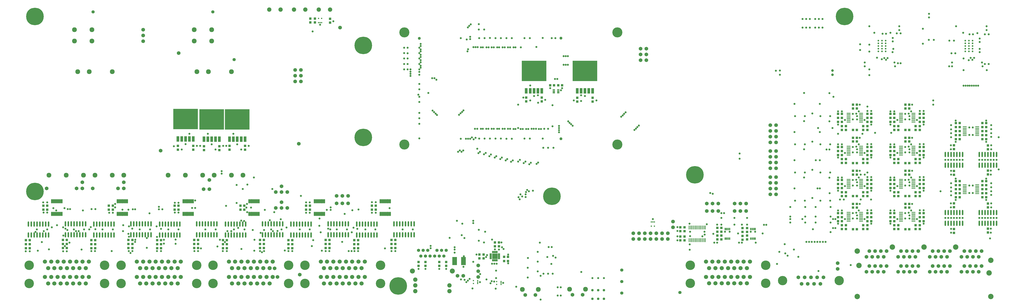
<source format=gbs>
G04*
G04 #@! TF.GenerationSoftware,Altium Limited,Altium Designer,18.1.6 (161)*
G04*
G04 Layer_Color=16711935*
%FSLAX25Y25*%
%MOIN*%
G70*
G01*
G75*
%ADD56R,0.04240X0.04240*%
%ADD57R,0.04240X0.04240*%
%ADD58R,0.08000X0.14000*%
%ADD61R,0.02153X0.04000*%
%ADD70O,0.02862X0.09161*%
%ADD78R,0.01681X0.06799*%
%ADD80C,0.30500*%
%ADD81C,0.07200*%
%ADD82C,0.16500*%
%ADD83C,0.08374*%
%ADD84C,0.07500*%
%ADD85C,0.05500*%
%ADD86C,0.08700*%
%ADD87C,0.06500*%
%ADD88C,0.16248*%
%ADD89C,0.05098*%
%ADD90C,0.03500*%
%ADD91C,0.17500*%
%ADD92C,0.04437*%
%ADD93C,0.09358*%
%ADD94C,0.04500*%
%ADD95C,0.03000*%
%ADD123R,0.02468X0.02075*%
%ADD124R,0.02075X0.02468*%
%ADD125R,0.04700X0.09500*%
%ADD126R,0.42500X0.35500*%
%ADD127R,0.06996X0.01681*%
%ADD128R,0.03847X0.02075*%
%ADD129R,0.09555X0.09555*%
%ADD130O,0.04240X0.01681*%
%ADD131O,0.01681X0.04240*%
%ADD132O,0.01681X0.07390*%
D56*
X1675347Y189500D02*
D03*
X1668653D02*
D03*
X1675347Y290500D02*
D03*
X1668653D02*
D03*
X1675347Y203500D02*
D03*
X1668653D02*
D03*
X1675347Y304500D02*
D03*
X1668653D02*
D03*
X1622654Y203500D02*
D03*
X1629346D02*
D03*
X1622654Y304500D02*
D03*
X1629346D02*
D03*
X1622654Y189500D02*
D03*
X1629346D02*
D03*
X1622654Y290500D02*
D03*
X1629346D02*
D03*
X844847Y71500D02*
D03*
X838153D02*
D03*
X844847Y79000D02*
D03*
X838153D02*
D03*
X1475663Y320500D02*
D03*
X1468970D02*
D03*
X1566663D02*
D03*
X1559970D02*
D03*
X1475663Y263000D02*
D03*
X1468970D02*
D03*
X1566663D02*
D03*
X1559970D02*
D03*
X1475663Y205500D02*
D03*
X1468970D02*
D03*
X1566663D02*
D03*
X1559970D02*
D03*
X1475663Y148000D02*
D03*
X1468970D02*
D03*
X1566663D02*
D03*
X1559970D02*
D03*
X1468970Y313500D02*
D03*
X1475663D02*
D03*
X1559970D02*
D03*
X1566663D02*
D03*
X1468970Y256000D02*
D03*
X1475663D02*
D03*
X1559970D02*
D03*
X1566663D02*
D03*
X1468970Y198500D02*
D03*
X1475663D02*
D03*
X1559970D02*
D03*
X1566663D02*
D03*
X1468970Y141000D02*
D03*
X1475663D02*
D03*
X1559970D02*
D03*
X1566663D02*
D03*
X1450663Y299500D02*
D03*
X1443970D02*
D03*
X1541663D02*
D03*
X1534970D02*
D03*
X1450663Y242000D02*
D03*
X1443970D02*
D03*
X1541663D02*
D03*
X1534970D02*
D03*
X1450663Y184500D02*
D03*
X1443970D02*
D03*
X1541663D02*
D03*
X1534970D02*
D03*
X1450663Y127000D02*
D03*
X1443970D02*
D03*
X1541663D02*
D03*
X1534970D02*
D03*
X1450663Y337000D02*
D03*
X1443970D02*
D03*
X1541663D02*
D03*
X1534970D02*
D03*
X1450663Y279500D02*
D03*
X1443970D02*
D03*
X1541663D02*
D03*
X1534970D02*
D03*
X1450663Y222000D02*
D03*
X1443970D02*
D03*
X1541663D02*
D03*
X1534970D02*
D03*
X1450663Y164500D02*
D03*
X1443970D02*
D03*
X1541663D02*
D03*
X1534970D02*
D03*
X1417970Y320500D02*
D03*
X1424663D02*
D03*
X1508970D02*
D03*
X1515663D02*
D03*
X1417970Y263000D02*
D03*
X1424663D02*
D03*
X1508970D02*
D03*
X1515663D02*
D03*
X1417970Y205500D02*
D03*
X1424663D02*
D03*
X1508970D02*
D03*
X1515663D02*
D03*
X1417970Y148000D02*
D03*
X1424663D02*
D03*
X1508970D02*
D03*
X1515663D02*
D03*
X1424663Y313500D02*
D03*
X1417970D02*
D03*
X1515663D02*
D03*
X1508970D02*
D03*
X1424663Y256000D02*
D03*
X1417970D02*
D03*
X1515663D02*
D03*
X1508970D02*
D03*
X1424663Y198500D02*
D03*
X1417970D02*
D03*
X1515663D02*
D03*
X1508970D02*
D03*
X1424663Y141000D02*
D03*
X1417970D02*
D03*
X1515663D02*
D03*
X1508970D02*
D03*
X1475663Y327500D02*
D03*
X1468970D02*
D03*
X1566663D02*
D03*
X1559970D02*
D03*
X1475663Y270000D02*
D03*
X1468970D02*
D03*
X1566663D02*
D03*
X1559970D02*
D03*
X1475663Y212500D02*
D03*
X1468970D02*
D03*
X1566663D02*
D03*
X1559970D02*
D03*
X1475663Y155000D02*
D03*
X1468970D02*
D03*
X1566663D02*
D03*
X1559970D02*
D03*
X1417970Y327500D02*
D03*
X1424663D02*
D03*
X1508970D02*
D03*
X1515663D02*
D03*
X1417970Y270000D02*
D03*
X1424663D02*
D03*
X1508970D02*
D03*
X1515663D02*
D03*
X1417970Y212500D02*
D03*
X1424663D02*
D03*
X1508970D02*
D03*
X1515663D02*
D03*
X1417970Y155000D02*
D03*
X1424663D02*
D03*
X1508970D02*
D03*
X1515663D02*
D03*
X1675347Y196500D02*
D03*
X1668653D02*
D03*
X1675347Y297500D02*
D03*
X1668653D02*
D03*
X1622654Y196500D02*
D03*
X1629346D02*
D03*
X1622654Y297500D02*
D03*
X1629346D02*
D03*
X1675347Y182500D02*
D03*
X1668653D02*
D03*
X1675347Y283500D02*
D03*
X1668653D02*
D03*
Y210500D02*
D03*
X1675347D02*
D03*
X1668653Y311500D02*
D03*
X1675347D02*
D03*
X1622654Y210500D02*
D03*
X1629346D02*
D03*
X1622654Y311500D02*
D03*
X1629346D02*
D03*
Y182500D02*
D03*
X1622654D02*
D03*
X1629346Y283500D02*
D03*
X1622654D02*
D03*
X71786Y94102D02*
D03*
X78479D02*
D03*
X185593D02*
D03*
X192286D02*
D03*
X299900D02*
D03*
X306593D02*
D03*
X414207D02*
D03*
X420900D02*
D03*
X528014D02*
D03*
X534707D02*
D03*
X642321D02*
D03*
X649014D02*
D03*
X7286Y94000D02*
D03*
X13979D02*
D03*
X121093D02*
D03*
X127786D02*
D03*
X235400D02*
D03*
X242093D02*
D03*
X349707D02*
D03*
X356400D02*
D03*
X463514D02*
D03*
X470207D02*
D03*
X577821D02*
D03*
X584514D02*
D03*
X71786Y101102D02*
D03*
X78479D02*
D03*
X185593D02*
D03*
X192286D02*
D03*
X299900D02*
D03*
X306593D02*
D03*
X414207D02*
D03*
X420900D02*
D03*
X528014D02*
D03*
X534707D02*
D03*
X642321D02*
D03*
X649014D02*
D03*
X7286Y101000D02*
D03*
X13979D02*
D03*
X121093D02*
D03*
X127786D02*
D03*
X235400D02*
D03*
X242093D02*
D03*
X349707D02*
D03*
X356400D02*
D03*
X463514D02*
D03*
X470207D02*
D03*
X577821D02*
D03*
X584514D02*
D03*
X71786Y108102D02*
D03*
X78479D02*
D03*
X185593D02*
D03*
X192286D02*
D03*
X299900D02*
D03*
X306593D02*
D03*
X414207D02*
D03*
X420900D02*
D03*
X528014D02*
D03*
X534707D02*
D03*
X642321D02*
D03*
X649014D02*
D03*
X7286Y108000D02*
D03*
X13979D02*
D03*
X121093D02*
D03*
X127786D02*
D03*
X235400D02*
D03*
X242093D02*
D03*
X349707D02*
D03*
X356400D02*
D03*
X463514D02*
D03*
X470207D02*
D03*
X577821D02*
D03*
X584514D02*
D03*
X37786Y168000D02*
D03*
X44479D02*
D03*
X151593D02*
D03*
X158286D02*
D03*
X265900D02*
D03*
X272593D02*
D03*
X380207D02*
D03*
X386900D02*
D03*
X494014D02*
D03*
X500707D02*
D03*
X608321D02*
D03*
X615014D02*
D03*
X37786Y161000D02*
D03*
X44479D02*
D03*
X151593D02*
D03*
X158286D02*
D03*
X265900D02*
D03*
X272593D02*
D03*
X380207D02*
D03*
X386900D02*
D03*
X494014D02*
D03*
X500707D02*
D03*
X608321D02*
D03*
X615014D02*
D03*
X917965Y377153D02*
D03*
X924658D02*
D03*
X938657D02*
D03*
X931965D02*
D03*
X1443970Y343500D02*
D03*
X1450663D02*
D03*
X1534970D02*
D03*
X1541663D02*
D03*
X1443970Y286000D02*
D03*
X1450663D02*
D03*
X1534970D02*
D03*
X1541663D02*
D03*
X1443970Y228500D02*
D03*
X1450663D02*
D03*
X1534970D02*
D03*
X1541663D02*
D03*
X1443970Y171000D02*
D03*
X1450663D02*
D03*
X1534970D02*
D03*
X1541663D02*
D03*
D57*
X829000Y103847D02*
D03*
Y97154D02*
D03*
X501400Y486654D02*
D03*
Y493347D02*
D03*
X535685Y486307D02*
D03*
Y493000D02*
D03*
X1461663Y299654D02*
D03*
Y306347D02*
D03*
X1552663Y299654D02*
D03*
Y306347D02*
D03*
X1461663Y242154D02*
D03*
Y248847D02*
D03*
X1552663Y242154D02*
D03*
Y248847D02*
D03*
X1461663Y184653D02*
D03*
Y191347D02*
D03*
X1552663Y184653D02*
D03*
Y191347D02*
D03*
X1461663Y127154D02*
D03*
Y133846D02*
D03*
X1552663Y127154D02*
D03*
Y133846D02*
D03*
X1424663Y299654D02*
D03*
Y306347D02*
D03*
X1515663Y299654D02*
D03*
Y306347D02*
D03*
X1424663Y242154D02*
D03*
Y248847D02*
D03*
X1515663Y242154D02*
D03*
Y248847D02*
D03*
X1424663Y184653D02*
D03*
Y191347D02*
D03*
X1515663Y184653D02*
D03*
Y191347D02*
D03*
X1424663Y127154D02*
D03*
Y133846D02*
D03*
X1515663Y127154D02*
D03*
Y133846D02*
D03*
X1678500Y121153D02*
D03*
Y127847D02*
D03*
Y222153D02*
D03*
Y228847D02*
D03*
Y171693D02*
D03*
Y165000D02*
D03*
Y272693D02*
D03*
Y266000D02*
D03*
X1619500Y120653D02*
D03*
Y127347D02*
D03*
Y221654D02*
D03*
Y228346D02*
D03*
Y171846D02*
D03*
Y165154D02*
D03*
Y272847D02*
D03*
Y266154D02*
D03*
X822000Y97154D02*
D03*
Y103847D02*
D03*
X795000Y76153D02*
D03*
Y82846D02*
D03*
X802500Y76153D02*
D03*
Y82846D02*
D03*
X991788Y348807D02*
D03*
Y355500D02*
D03*
X298141Y265154D02*
D03*
Y271847D02*
D03*
X964988Y348807D02*
D03*
Y355500D02*
D03*
X271341Y265154D02*
D03*
Y271847D02*
D03*
X316700Y264653D02*
D03*
Y271346D02*
D03*
X343500Y264653D02*
D03*
Y271346D02*
D03*
X876602Y349153D02*
D03*
Y355847D02*
D03*
X361197Y265307D02*
D03*
Y272000D02*
D03*
X903402Y349153D02*
D03*
Y355847D02*
D03*
X388000Y265307D02*
D03*
Y272000D02*
D03*
X1252000Y122153D02*
D03*
Y128847D02*
D03*
X1260000Y115847D02*
D03*
Y109153D02*
D03*
Y122153D02*
D03*
Y128847D02*
D03*
X1252000Y115347D02*
D03*
Y108653D02*
D03*
X1208500Y122653D02*
D03*
Y129347D02*
D03*
Y115847D02*
D03*
Y109153D02*
D03*
X1215500Y122653D02*
D03*
Y129347D02*
D03*
Y115847D02*
D03*
Y109153D02*
D03*
X1144000Y123653D02*
D03*
Y130347D02*
D03*
Y114347D02*
D03*
Y107653D02*
D03*
X1151500Y123653D02*
D03*
Y130347D02*
D03*
Y114347D02*
D03*
Y107653D02*
D03*
X737500Y69890D02*
D03*
Y63197D02*
D03*
X725500Y69890D02*
D03*
Y63197D02*
D03*
X701500Y69890D02*
D03*
Y63197D02*
D03*
X689500Y69890D02*
D03*
Y63197D02*
D03*
X509400Y493347D02*
D03*
Y486654D02*
D03*
X1468970Y306347D02*
D03*
Y299654D02*
D03*
X1559970Y306347D02*
D03*
Y299654D02*
D03*
X1468970Y248847D02*
D03*
Y242154D02*
D03*
X1559970Y248847D02*
D03*
Y242154D02*
D03*
X1468970Y191347D02*
D03*
Y184653D02*
D03*
X1559970Y191347D02*
D03*
Y184653D02*
D03*
X1468970Y133846D02*
D03*
Y127154D02*
D03*
X1559970Y133846D02*
D03*
Y127154D02*
D03*
X1431663Y306347D02*
D03*
Y299654D02*
D03*
X1522663Y306347D02*
D03*
Y299654D02*
D03*
X1431663Y248847D02*
D03*
Y242154D02*
D03*
X1522663Y248847D02*
D03*
Y242154D02*
D03*
X1431663Y191347D02*
D03*
Y184653D02*
D03*
X1522663Y191347D02*
D03*
Y184653D02*
D03*
X1431663Y133846D02*
D03*
Y127154D02*
D03*
X1522663Y133846D02*
D03*
Y127154D02*
D03*
D58*
X767500Y71500D02*
D03*
X752004D02*
D03*
D61*
X1266500Y127287D02*
D03*
Y110711D02*
D03*
X1269059D02*
D03*
X1271618D02*
D03*
X1274177D02*
D03*
X1269059Y127287D02*
D03*
X1271618D02*
D03*
X1274177D02*
D03*
X1222000D02*
D03*
Y110711D02*
D03*
X1224559D02*
D03*
X1227118D02*
D03*
X1229677D02*
D03*
X1224559Y127287D02*
D03*
X1227118D02*
D03*
X1229677D02*
D03*
D70*
X1634500Y238102D02*
D03*
X1629500D02*
D03*
X1624500D02*
D03*
X1619500D02*
D03*
X1614500D02*
D03*
X1609500D02*
D03*
X1604500D02*
D03*
X1634500Y257000D02*
D03*
X1629500D02*
D03*
X1624500D02*
D03*
X1619500D02*
D03*
X1614500D02*
D03*
X1609500D02*
D03*
X1604500D02*
D03*
X1634500Y137102D02*
D03*
X1629500D02*
D03*
X1624500D02*
D03*
X1619500D02*
D03*
X1614500D02*
D03*
X1609500D02*
D03*
X1604500D02*
D03*
X1634500Y156000D02*
D03*
X1629500D02*
D03*
X1624500D02*
D03*
X1619500D02*
D03*
X1614500D02*
D03*
X1609500D02*
D03*
X1604500D02*
D03*
X1693500Y238102D02*
D03*
X1688500D02*
D03*
X1683500D02*
D03*
X1678500D02*
D03*
X1673500D02*
D03*
X1668500D02*
D03*
X1663500D02*
D03*
X1693500Y257000D02*
D03*
X1688500D02*
D03*
X1683500D02*
D03*
X1678500D02*
D03*
X1673500D02*
D03*
X1668500D02*
D03*
X1663500D02*
D03*
X1693500Y137102D02*
D03*
X1688500D02*
D03*
X1683500D02*
D03*
X1678500D02*
D03*
X1673500D02*
D03*
X1668500D02*
D03*
X1663500D02*
D03*
X1693500Y156000D02*
D03*
X1688500D02*
D03*
X1683500D02*
D03*
X1678500D02*
D03*
X1673500D02*
D03*
X1668500D02*
D03*
X1663500D02*
D03*
X11632Y135949D02*
D03*
X16632D02*
D03*
X21632D02*
D03*
X26632D02*
D03*
X31632D02*
D03*
X36632D02*
D03*
X41632D02*
D03*
X46632D02*
D03*
X11632Y117051D02*
D03*
X16632D02*
D03*
X21632D02*
D03*
X26632D02*
D03*
X31632D02*
D03*
X36632D02*
D03*
X41632D02*
D03*
X46632D02*
D03*
X111132Y117205D02*
D03*
X106132D02*
D03*
X101132D02*
D03*
X96132D02*
D03*
X91132D02*
D03*
X86132D02*
D03*
X81132D02*
D03*
X76132D02*
D03*
X111132Y136102D02*
D03*
X106132D02*
D03*
X101132D02*
D03*
X96132D02*
D03*
X91132D02*
D03*
X86132D02*
D03*
X81132D02*
D03*
X76132D02*
D03*
X160439Y117051D02*
D03*
X155439D02*
D03*
X150439D02*
D03*
X145439D02*
D03*
X140439D02*
D03*
X135439D02*
D03*
X130439D02*
D03*
X125439D02*
D03*
X160439Y135949D02*
D03*
X155439D02*
D03*
X150439D02*
D03*
X145439D02*
D03*
X140439D02*
D03*
X135439D02*
D03*
X130439D02*
D03*
X125439D02*
D03*
X502861Y117051D02*
D03*
X497861D02*
D03*
X492861D02*
D03*
X487861D02*
D03*
X482861D02*
D03*
X477861D02*
D03*
X472861D02*
D03*
X467861D02*
D03*
X502861Y135949D02*
D03*
X497861D02*
D03*
X492861D02*
D03*
X487861D02*
D03*
X482861D02*
D03*
X477861D02*
D03*
X472861D02*
D03*
X467861D02*
D03*
X224939Y117205D02*
D03*
X219939D02*
D03*
X214939D02*
D03*
X209939D02*
D03*
X204939D02*
D03*
X199939D02*
D03*
X194939D02*
D03*
X189939D02*
D03*
X224939Y136102D02*
D03*
X219939D02*
D03*
X214939D02*
D03*
X209939D02*
D03*
X204939D02*
D03*
X199939D02*
D03*
X194939D02*
D03*
X189939D02*
D03*
X274746Y117051D02*
D03*
X269746D02*
D03*
X264746D02*
D03*
X259747D02*
D03*
X254747D02*
D03*
X249746D02*
D03*
X244746D02*
D03*
X239746D02*
D03*
X274746Y135949D02*
D03*
X269746D02*
D03*
X264746D02*
D03*
X259747D02*
D03*
X254747D02*
D03*
X249746D02*
D03*
X244746D02*
D03*
X239746D02*
D03*
X339247Y117205D02*
D03*
X334246D02*
D03*
X329246D02*
D03*
X324247D02*
D03*
X319247D02*
D03*
X314247D02*
D03*
X309246D02*
D03*
X304246D02*
D03*
X339247Y136102D02*
D03*
X334246D02*
D03*
X329246D02*
D03*
X324247D02*
D03*
X319247D02*
D03*
X314247D02*
D03*
X309246D02*
D03*
X304246D02*
D03*
X389054Y117051D02*
D03*
X384053D02*
D03*
X379053D02*
D03*
X374054D02*
D03*
X369054D02*
D03*
X364054D02*
D03*
X359053D02*
D03*
X354053D02*
D03*
X389054Y135949D02*
D03*
X384053D02*
D03*
X379053D02*
D03*
X374054D02*
D03*
X369054D02*
D03*
X364054D02*
D03*
X359053D02*
D03*
X354053D02*
D03*
X453553Y117205D02*
D03*
X448554D02*
D03*
X443553D02*
D03*
X438553D02*
D03*
X433554D02*
D03*
X428553D02*
D03*
X423554D02*
D03*
X418553D02*
D03*
X453553Y136102D02*
D03*
X448554D02*
D03*
X443553D02*
D03*
X438553D02*
D03*
X433554D02*
D03*
X428553D02*
D03*
X423554D02*
D03*
X418553D02*
D03*
X567361Y117205D02*
D03*
X562361D02*
D03*
X557361D02*
D03*
X552361D02*
D03*
X547361D02*
D03*
X542361D02*
D03*
X537361D02*
D03*
X532361D02*
D03*
X567361Y136102D02*
D03*
X562361D02*
D03*
X557361D02*
D03*
X552361D02*
D03*
X547361D02*
D03*
X542361D02*
D03*
X537361D02*
D03*
X532361D02*
D03*
X617168Y117051D02*
D03*
X612168D02*
D03*
X607168D02*
D03*
X602168D02*
D03*
X597168D02*
D03*
X592168D02*
D03*
X587168D02*
D03*
X582168D02*
D03*
X617168Y135949D02*
D03*
X612168D02*
D03*
X607168D02*
D03*
X602168D02*
D03*
X597168D02*
D03*
X592168D02*
D03*
X587168D02*
D03*
X582168D02*
D03*
X681668Y117205D02*
D03*
X676668D02*
D03*
X671668D02*
D03*
X666668D02*
D03*
X661668D02*
D03*
X656668D02*
D03*
X651668D02*
D03*
X646668D02*
D03*
X681668Y136102D02*
D03*
X676668D02*
D03*
X671668D02*
D03*
X666668D02*
D03*
X661668D02*
D03*
X656668D02*
D03*
X651668D02*
D03*
X646668D02*
D03*
D78*
X1159425Y130024D02*
D03*
X1161984D02*
D03*
X1164543D02*
D03*
X1167102D02*
D03*
X1169661D02*
D03*
X1172221D02*
D03*
X1174780D02*
D03*
X1177339D02*
D03*
X1179898D02*
D03*
X1182457D02*
D03*
X1185016D02*
D03*
X1187575D02*
D03*
X1159425Y107976D02*
D03*
X1161984D02*
D03*
X1164543D02*
D03*
X1167102D02*
D03*
X1169661D02*
D03*
X1172221D02*
D03*
X1174780D02*
D03*
X1177339D02*
D03*
X1179898D02*
D03*
X1182457D02*
D03*
X1185016D02*
D03*
X1187575D02*
D03*
D80*
X921000Y184400D02*
D03*
X654000Y28311D02*
D03*
X23000Y497000D02*
D03*
X1429500D02*
D03*
X23000Y192500D02*
D03*
X593500Y446638D02*
D03*
Y286500D02*
D03*
X1169500Y221500D02*
D03*
D81*
X519700Y43900D02*
D03*
X530600D02*
D03*
X552400D02*
D03*
X541500D02*
D03*
X585100D02*
D03*
X596000D02*
D03*
X574200D02*
D03*
X563300D02*
D03*
X525150Y32700D02*
D03*
X536050D02*
D03*
X557850D02*
D03*
X546950D02*
D03*
X590550D02*
D03*
X579650D02*
D03*
X568750D02*
D03*
X546950Y59300D02*
D03*
X536050D02*
D03*
X525150D02*
D03*
X568750D02*
D03*
X557850D02*
D03*
X579650D02*
D03*
X590550D02*
D03*
X563300Y70500D02*
D03*
X574200D02*
D03*
X596000D02*
D03*
X585100D02*
D03*
X541500D02*
D03*
X552400D02*
D03*
X530600D02*
D03*
X519700D02*
D03*
X359967Y43900D02*
D03*
X370867D02*
D03*
X392667D02*
D03*
X381767D02*
D03*
X425367D02*
D03*
X436267D02*
D03*
X414467D02*
D03*
X403567D02*
D03*
X365417Y32700D02*
D03*
X376317D02*
D03*
X398117D02*
D03*
X387217D02*
D03*
X430817D02*
D03*
X419917D02*
D03*
X409017D02*
D03*
X387217Y59300D02*
D03*
X376317D02*
D03*
X365417D02*
D03*
X409017D02*
D03*
X398117D02*
D03*
X419917D02*
D03*
X430817D02*
D03*
X403567Y70500D02*
D03*
X414467D02*
D03*
X436267D02*
D03*
X425367D02*
D03*
X381767D02*
D03*
X392667D02*
D03*
X370867D02*
D03*
X359967D02*
D03*
X200233Y43900D02*
D03*
X211133D02*
D03*
X232933D02*
D03*
X222033D02*
D03*
X265633D02*
D03*
X276533D02*
D03*
X254733D02*
D03*
X243833D02*
D03*
X205683Y32700D02*
D03*
X216583D02*
D03*
X238383D02*
D03*
X227483D02*
D03*
X271083D02*
D03*
X260183D02*
D03*
X249283D02*
D03*
X227483Y59300D02*
D03*
X216583D02*
D03*
X205683D02*
D03*
X249283D02*
D03*
X238383D02*
D03*
X260183D02*
D03*
X271083D02*
D03*
X243833Y70500D02*
D03*
X254733D02*
D03*
X276533D02*
D03*
X265633D02*
D03*
X222033D02*
D03*
X232933D02*
D03*
X211133D02*
D03*
X200233D02*
D03*
X40500Y43900D02*
D03*
X51400D02*
D03*
X73200D02*
D03*
X62300D02*
D03*
X105900D02*
D03*
X116800D02*
D03*
X95000D02*
D03*
X84100D02*
D03*
X45950Y32700D02*
D03*
X56850D02*
D03*
X78650D02*
D03*
X67750D02*
D03*
X111350D02*
D03*
X100450D02*
D03*
X89550D02*
D03*
X67750Y59300D02*
D03*
X56850D02*
D03*
X45950D02*
D03*
X89550D02*
D03*
X78650D02*
D03*
X100450D02*
D03*
X111350D02*
D03*
X84100Y70500D02*
D03*
X95000D02*
D03*
X116800D02*
D03*
X105900D02*
D03*
X62300D02*
D03*
X73200D02*
D03*
X51400D02*
D03*
X40500D02*
D03*
X1188800Y44000D02*
D03*
X1199700D02*
D03*
X1221500D02*
D03*
X1210600D02*
D03*
X1254200D02*
D03*
X1265100D02*
D03*
X1243300D02*
D03*
X1232400D02*
D03*
X1194250Y32800D02*
D03*
X1205150D02*
D03*
X1226950D02*
D03*
X1216050D02*
D03*
X1259650D02*
D03*
X1248750D02*
D03*
X1237850D02*
D03*
X1216050Y59400D02*
D03*
X1205150D02*
D03*
X1194250D02*
D03*
X1237850D02*
D03*
X1226950D02*
D03*
X1248750D02*
D03*
X1259650D02*
D03*
X1232400Y70600D02*
D03*
X1243300D02*
D03*
X1265100D02*
D03*
X1254200D02*
D03*
X1210600D02*
D03*
X1221500D02*
D03*
X1199700D02*
D03*
X1188800D02*
D03*
D82*
X492250Y32700D02*
D03*
Y64200D02*
D03*
X623450D02*
D03*
Y32700D02*
D03*
X332517D02*
D03*
Y64200D02*
D03*
X463717D02*
D03*
Y32700D02*
D03*
X172783D02*
D03*
Y64200D02*
D03*
X303983D02*
D03*
Y32700D02*
D03*
X13050D02*
D03*
Y64200D02*
D03*
X144250D02*
D03*
Y32700D02*
D03*
X1161350Y32800D02*
D03*
Y64300D02*
D03*
X1292550D02*
D03*
Y32800D02*
D03*
D83*
X299760Y473842D02*
D03*
X330075D02*
D03*
X299760Y454157D02*
D03*
X330075D02*
D03*
X91760Y473842D02*
D03*
X122075D02*
D03*
X91760Y454157D02*
D03*
X122075D02*
D03*
X304500Y400999D02*
D03*
X324500D02*
D03*
X364500D02*
D03*
Y220999D02*
D03*
X384500D02*
D03*
X334500D02*
D03*
X314500D02*
D03*
X284500D02*
D03*
X254500D02*
D03*
X97571Y400999D02*
D03*
X117571D02*
D03*
X157571D02*
D03*
Y220999D02*
D03*
X177571D02*
D03*
X127571D02*
D03*
X107571D02*
D03*
X77571D02*
D03*
X47571D02*
D03*
X897433Y22303D02*
D03*
X869835D02*
D03*
X979441Y22563D02*
D03*
X951842D02*
D03*
D84*
X683900Y39303D02*
D03*
Y29303D02*
D03*
Y19303D02*
D03*
X743100Y29303D02*
D03*
Y19303D02*
D03*
X516000Y509000D02*
D03*
X535685D02*
D03*
X430158D02*
D03*
X449843D02*
D03*
X492842D02*
D03*
X473158D02*
D03*
D85*
X733500Y80303D02*
D03*
X725508D02*
D03*
X717508D02*
D03*
X693508D02*
D03*
X701508D02*
D03*
X709500D02*
D03*
X729500Y90303D02*
D03*
X721500D02*
D03*
X737500D02*
D03*
X705500D02*
D03*
X697500D02*
D03*
X689500D02*
D03*
X1042500Y56000D02*
D03*
X1143500Y17000D02*
D03*
X1042500Y36000D02*
D03*
Y16000D02*
D03*
X369000Y422000D02*
D03*
X331999Y504999D02*
D03*
X124000Y505000D02*
D03*
D86*
X748100Y54303D02*
D03*
X678900D02*
D03*
D87*
X1365547Y31909D02*
D03*
X1354642D02*
D03*
X1376453D02*
D03*
X1387358D02*
D03*
X1392811Y43091D02*
D03*
X1381905D02*
D03*
X1371000D02*
D03*
X1349189D02*
D03*
X1360095D02*
D03*
X1085000Y441000D02*
D03*
Y431000D02*
D03*
Y421000D02*
D03*
X1075000D02*
D03*
Y431000D02*
D03*
Y441000D02*
D03*
X461500Y191499D02*
D03*
X451500D02*
D03*
X441500D02*
D03*
X451500Y201499D02*
D03*
X1310500Y187500D02*
D03*
Y197500D02*
D03*
Y207500D02*
D03*
Y217500D02*
D03*
X1300500D02*
D03*
Y207500D02*
D03*
Y197500D02*
D03*
Y187500D02*
D03*
X1492516Y63059D02*
D03*
X1482516D02*
D03*
X1472516D02*
D03*
X1502516D02*
D03*
X1467516Y53059D02*
D03*
X1477516D02*
D03*
X1487516D02*
D03*
X1497516D02*
D03*
Y79043D02*
D03*
X1487516D02*
D03*
X1477516D02*
D03*
X1467516D02*
D03*
X1502516Y89043D02*
D03*
X1472516D02*
D03*
X1482516D02*
D03*
X1492516D02*
D03*
X1547516Y63059D02*
D03*
X1537516D02*
D03*
X1527516D02*
D03*
X1557516D02*
D03*
X1522516Y53059D02*
D03*
X1532516D02*
D03*
X1542516D02*
D03*
X1552516D02*
D03*
Y79043D02*
D03*
X1542516D02*
D03*
X1532516D02*
D03*
X1522516D02*
D03*
X1557516Y89043D02*
D03*
X1527516D02*
D03*
X1537516D02*
D03*
X1547516D02*
D03*
X1602516Y63059D02*
D03*
X1592516D02*
D03*
X1582516D02*
D03*
X1612516D02*
D03*
X1577516Y53059D02*
D03*
X1587516D02*
D03*
X1597516D02*
D03*
X1607516D02*
D03*
Y79043D02*
D03*
X1597516D02*
D03*
X1587516D02*
D03*
X1577516D02*
D03*
X1612516Y89043D02*
D03*
X1582516D02*
D03*
X1592516D02*
D03*
X1602516D02*
D03*
X1657516D02*
D03*
X1647516D02*
D03*
X1637516D02*
D03*
X1667516D02*
D03*
X1632516Y79043D02*
D03*
X1642516D02*
D03*
X1652516D02*
D03*
X1662516D02*
D03*
Y53059D02*
D03*
X1652516D02*
D03*
X1642516D02*
D03*
X1632516D02*
D03*
X1667516Y63059D02*
D03*
X1637516D02*
D03*
X1647516D02*
D03*
X1657516D02*
D03*
X567000Y172000D02*
D03*
X557000D02*
D03*
X547000D02*
D03*
X566983Y185000D02*
D03*
X556983D02*
D03*
X546983D02*
D03*
X1310500Y308000D02*
D03*
Y298000D02*
D03*
Y288000D02*
D03*
Y278000D02*
D03*
X1300500D02*
D03*
Y288000D02*
D03*
Y298000D02*
D03*
Y308000D02*
D03*
X1310500Y263000D02*
D03*
Y253000D02*
D03*
Y243000D02*
D03*
Y233000D02*
D03*
X1300500D02*
D03*
Y243000D02*
D03*
Y253000D02*
D03*
Y263000D02*
D03*
X485000Y404000D02*
D03*
Y394000D02*
D03*
Y384000D02*
D03*
X475000D02*
D03*
Y394000D02*
D03*
Y404000D02*
D03*
X326000Y196599D02*
D03*
X316000D02*
D03*
X177571Y198000D02*
D03*
X167571D02*
D03*
X95571D02*
D03*
X105571D02*
D03*
X211000Y474000D02*
D03*
Y464000D02*
D03*
Y454000D02*
D03*
X451500Y174000D02*
D03*
X441500Y164000D02*
D03*
X451500D02*
D03*
X461500D02*
D03*
X793000Y64000D02*
D03*
Y54000D02*
D03*
Y44000D02*
D03*
X767000Y46000D02*
D03*
X757000D02*
D03*
X1131500Y130289D02*
D03*
Y140289D02*
D03*
X1092500Y120000D02*
D03*
X1102500D02*
D03*
X1082500D02*
D03*
X1072500D02*
D03*
X1112500D02*
D03*
X1122500D02*
D03*
X1062500D02*
D03*
Y110000D02*
D03*
X1072500D02*
D03*
X1082500D02*
D03*
X1092500D02*
D03*
X1102500D02*
D03*
X1112500D02*
D03*
X1122500D02*
D03*
X1210000Y171500D02*
D03*
X1200000D02*
D03*
X1190000D02*
D03*
X1238500Y158500D02*
D03*
X1248500D02*
D03*
X1258500D02*
D03*
X1210000D02*
D03*
X1200000D02*
D03*
X1190000D02*
D03*
X1238500Y171500D02*
D03*
X1248500D02*
D03*
X1258500D02*
D03*
X1417500Y58000D02*
D03*
Y68000D02*
D03*
X892492Y12500D02*
D03*
X874776D02*
D03*
X974500Y12760D02*
D03*
X956783D02*
D03*
X481500Y275500D02*
D03*
X985388Y394894D02*
D03*
Y409394D02*
D03*
X978388Y402153D02*
D03*
X971388Y409394D02*
D03*
Y394394D02*
D03*
X897002Y394894D02*
D03*
Y409394D02*
D03*
X890002Y402153D02*
D03*
X883002Y409394D02*
D03*
Y394394D02*
D03*
X381600Y325305D02*
D03*
X374600Y318065D02*
D03*
X381600Y310805D02*
D03*
X367600Y310305D02*
D03*
Y325305D02*
D03*
X337100Y325305D02*
D03*
Y310805D02*
D03*
X330100Y318065D02*
D03*
X323100Y325305D02*
D03*
Y310305D02*
D03*
X326000Y212500D02*
D03*
X291741Y311240D02*
D03*
Y325740D02*
D03*
X284741Y318500D02*
D03*
X277741Y325740D02*
D03*
Y310740D02*
D03*
X553000Y477500D02*
D03*
X439500Y59000D02*
D03*
X483014Y48000D02*
D03*
X444500Y43900D02*
D03*
X105571Y208429D02*
D03*
X177571Y208500D02*
D03*
X241500Y263535D02*
D03*
X272823Y433204D02*
D03*
X123500Y198000D02*
D03*
X43500D02*
D03*
D88*
X1321807Y37500D02*
D03*
X1420193D02*
D03*
D89*
X690831Y458789D02*
D03*
X936831Y459339D02*
D03*
Y284339D02*
D03*
D90*
X690831Y284789D02*
D03*
X762831Y459339D02*
D03*
Y284339D02*
D03*
X1645000Y420832D02*
D03*
X1651500Y421500D02*
D03*
X156500Y88900D02*
D03*
X311503Y93654D02*
D03*
X630969Y93500D02*
D03*
X752000Y95702D02*
D03*
X743500Y112000D02*
D03*
X768997Y111500D02*
D03*
X1160500Y91298D02*
D03*
X1312087Y66616D02*
D03*
X1367786Y105000D02*
D03*
X1396500D02*
D03*
X1384000Y54303D02*
D03*
X1349000Y78820D02*
D03*
X1330500Y81000D02*
D03*
X1341500Y91677D02*
D03*
X1326500Y85000D02*
D03*
X1316000Y87500D02*
D03*
X1325500Y101000D02*
D03*
X823500Y23500D02*
D03*
X783000Y24000D02*
D03*
X998500Y351000D02*
D03*
X959000D02*
D03*
X909500Y352000D02*
D03*
X883302Y351000D02*
D03*
X264500Y271346D02*
D03*
X394500Y272000D02*
D03*
X355500D02*
D03*
X350000D02*
D03*
X310000D02*
D03*
X304500Y272000D02*
D03*
X367900Y293000D02*
D03*
X291441D02*
D03*
X323400D02*
D03*
X381600Y265500D02*
D03*
X278000D02*
D03*
X336800D02*
D03*
X922000Y342500D02*
D03*
X883302Y377067D02*
D03*
X871500Y355847D02*
D03*
X896702Y360000D02*
D03*
X897002Y347000D02*
D03*
X971688Y360000D02*
D03*
Y350000D02*
D03*
X1676000Y473307D02*
D03*
X1524500D02*
D03*
X1635500Y468500D02*
D03*
X1636000Y424000D02*
D03*
X1481000Y468500D02*
D03*
X1485642Y425342D02*
D03*
X1668000Y417000D02*
D03*
X1616000D02*
D03*
X1516000D02*
D03*
X1464500D02*
D03*
X1676500Y403500D02*
D03*
X1636000D02*
D03*
X1611000Y410307D02*
D03*
X1317000Y403000D02*
D03*
X1289500Y134500D02*
D03*
X1247130Y258630D02*
D03*
X1247000Y249500D02*
D03*
X881000Y193000D02*
D03*
X1200500Y188700D02*
D03*
X875500Y187500D02*
D03*
X863000Y182500D02*
D03*
X541500Y488500D02*
D03*
X162605Y171000D02*
D03*
X355199Y167500D02*
D03*
X398500Y164600D02*
D03*
X764500Y116500D02*
D03*
X390500Y164600D02*
D03*
X238500Y166000D02*
D03*
X55000Y163500D02*
D03*
X272500Y156000D02*
D03*
X158500Y155500D02*
D03*
X44500Y156000D02*
D03*
X926311Y388154D02*
D03*
X1619500Y455000D02*
D03*
X1472500Y448000D02*
D03*
Y436000D02*
D03*
X1621847Y432927D02*
D03*
X1472500Y404859D02*
D03*
X1310000Y402500D02*
D03*
X1472500Y395000D02*
D03*
X1317000Y395500D02*
D03*
X787500Y301500D02*
D03*
X878000Y195091D02*
D03*
X875500Y183000D02*
D03*
X615000Y174000D02*
D03*
X574500Y160000D02*
D03*
X530000Y160587D02*
D03*
X1293500Y134500D02*
D03*
X1251000Y135000D02*
D03*
X1208000D02*
D03*
X1139000Y130500D02*
D03*
X794000Y126000D02*
D03*
X573500Y121500D02*
D03*
X794000Y107000D02*
D03*
X920000Y66500D02*
D03*
X500500Y173500D02*
D03*
X392048Y204479D02*
D03*
X438707Y156707D02*
D03*
X391500Y171000D02*
D03*
X391888Y156500D02*
D03*
X272500Y173000D02*
D03*
X44500Y173500D02*
D03*
X238500Y161500D02*
D03*
X193000D02*
D03*
X162605Y165000D02*
D03*
X121331Y161831D02*
D03*
X80000Y162000D02*
D03*
X519500Y121500D02*
D03*
X415000Y120500D02*
D03*
X357361Y123653D02*
D03*
X504000Y97500D02*
D03*
X340000Y97000D02*
D03*
X247000Y108500D02*
D03*
X94500Y123500D02*
D03*
X38500D02*
D03*
X197339Y108600D02*
D03*
X28000Y89500D02*
D03*
X189000Y85500D02*
D03*
X930311Y388154D02*
D03*
X918000Y372307D02*
D03*
X978388Y358653D02*
D03*
X890002D02*
D03*
X374600Y274565D02*
D03*
X330100Y274565D02*
D03*
X284741Y275000D02*
D03*
X752000Y86197D02*
D03*
X767500Y61500D02*
D03*
X768000Y80000D02*
D03*
X175000Y160980D02*
D03*
X185500Y161000D02*
D03*
X435500Y197000D02*
D03*
X384000D02*
D03*
X301500Y177000D02*
D03*
Y164000D02*
D03*
X364054Y123653D02*
D03*
X381783Y92500D02*
D03*
X457000Y90000D02*
D03*
X267457Y101667D02*
D03*
X267483Y108807D02*
D03*
X217615Y111600D02*
D03*
X185500Y119000D02*
D03*
X217615Y94500D02*
D03*
X1384800Y477500D02*
D03*
Y492500D02*
D03*
X1362738D02*
D03*
Y477500D02*
D03*
X1275000Y103500D02*
D03*
X1186500Y117500D02*
D03*
X1160500Y100425D02*
D03*
X1220163Y155000D02*
D03*
X1160000Y136500D02*
D03*
X1215500Y155000D02*
D03*
X1190266Y135525D02*
D03*
X450000Y144276D02*
D03*
X13979Y88500D02*
D03*
X901500Y4413D02*
D03*
X403500Y217000D02*
D03*
X485000Y185000D02*
D03*
X765500Y136500D02*
D03*
X865000Y179000D02*
D03*
X866500Y187500D02*
D03*
X788500Y286000D02*
D03*
X869500Y184000D02*
D03*
X906500Y49500D02*
D03*
X922500D02*
D03*
X914500D02*
D03*
X927500Y77500D02*
D03*
X913000Y78500D02*
D03*
X888000Y194000D02*
D03*
X1196000Y190000D02*
D03*
X876000Y191500D02*
D03*
X347500Y228000D02*
D03*
Y223500D02*
D03*
X894000Y444000D02*
D03*
X893311Y301500D02*
D03*
X706500Y364000D02*
D03*
X689000Y360815D02*
D03*
X862500Y343500D02*
D03*
Y303000D02*
D03*
X859000Y27014D02*
D03*
X1678500Y146500D02*
D03*
X1619500D02*
D03*
X1405000Y165500D02*
D03*
X1409500Y144500D02*
D03*
Y129000D02*
D03*
X1678500Y247500D02*
D03*
X1619500D02*
D03*
X1361000Y165500D02*
D03*
X1413500Y144500D02*
D03*
Y129000D02*
D03*
X1555163Y317000D02*
D03*
Y259500D02*
D03*
X1464163Y317000D02*
D03*
Y259500D02*
D03*
X1405000Y138500D02*
D03*
X1555163Y202000D02*
D03*
Y144500D02*
D03*
X1464163Y202000D02*
D03*
Y144500D02*
D03*
X1361000Y138500D02*
D03*
X1697000Y287000D02*
D03*
Y231000D02*
D03*
X1684000Y193000D02*
D03*
X1683500Y128000D02*
D03*
X1614500Y127500D02*
D03*
X1410000Y357390D02*
D03*
X1342500Y345000D02*
D03*
X1363000Y105000D02*
D03*
X1614500Y193000D02*
D03*
X1583500Y351000D02*
D03*
Y343500D02*
D03*
X1596000Y193000D02*
D03*
X1684000Y165000D02*
D03*
X1614000D02*
D03*
X1386500Y345000D02*
D03*
X1560163Y217500D02*
D03*
X1469163D02*
D03*
Y225500D02*
D03*
X1475500Y178500D02*
D03*
X1560163Y160000D02*
D03*
X1469163D02*
D03*
X1382500Y198000D02*
D03*
X1403500Y189500D02*
D03*
X1342500Y198000D02*
D03*
X1457500Y178500D02*
D03*
X1428000D02*
D03*
X1421500D02*
D03*
X1391714Y105000D02*
D03*
X1515663Y217000D02*
D03*
Y159500D02*
D03*
X1464500Y222000D02*
D03*
X1457500D02*
D03*
X1424663Y217000D02*
D03*
X1386500Y198000D02*
D03*
X1424663Y159500D02*
D03*
X1515663Y332000D02*
D03*
Y274500D02*
D03*
X1424663Y332000D02*
D03*
Y274500D02*
D03*
X1386500Y247000D02*
D03*
X1386928Y105000D02*
D03*
X1560163Y332500D02*
D03*
X1469200Y340100D02*
D03*
X1469163Y332500D02*
D03*
X1560163Y275000D02*
D03*
X1469163D02*
D03*
X1398000Y265500D02*
D03*
X1379500Y247000D02*
D03*
X1342500D02*
D03*
X1382143Y105000D02*
D03*
X1684000Y294000D02*
D03*
X1408500Y303000D02*
D03*
X1683500Y229000D02*
D03*
X1614500Y228500D02*
D03*
X1383500Y303000D02*
D03*
X1342500Y296000D02*
D03*
X1372571Y105000D02*
D03*
X1614500Y294000D02*
D03*
X1510500Y294500D02*
D03*
X1482516D02*
D03*
X1460500Y293000D02*
D03*
X1418000D02*
D03*
X1684000Y266000D02*
D03*
X1614000D02*
D03*
X1440000Y64500D02*
D03*
X1386500Y296000D02*
D03*
X1377357Y105000D02*
D03*
X1356000Y144500D02*
D03*
X1335000D02*
D03*
X1374600Y126894D02*
D03*
X1378500Y492500D02*
D03*
X1391000D02*
D03*
X1378500Y477500D02*
D03*
X1391000D02*
D03*
X1369000D02*
D03*
X1356500D02*
D03*
X1369000Y492500D02*
D03*
X1356500D02*
D03*
X1404500Y323500D02*
D03*
X1387500D02*
D03*
X1373500Y328300D02*
D03*
X1360500Y323500D02*
D03*
X1343500D02*
D03*
X1403000Y363500D02*
D03*
X1359000Y364000D02*
D03*
X1404500Y274500D02*
D03*
X1387500D02*
D03*
X1373500Y279300D02*
D03*
X1360500Y274500D02*
D03*
X1343500D02*
D03*
X1403000Y314500D02*
D03*
X1359000Y315000D02*
D03*
X1404500Y225500D02*
D03*
X1387500D02*
D03*
X1373500Y230300D02*
D03*
X1360500Y225500D02*
D03*
X1343500D02*
D03*
X1403000Y265500D02*
D03*
X1359000Y266000D02*
D03*
X1373500Y181300D02*
D03*
X920714Y96051D02*
D03*
X922000Y306000D02*
D03*
X785264Y283154D02*
D03*
X782000Y286500D02*
D03*
X923846Y268500D02*
D03*
X460000Y130024D02*
D03*
X176000Y123500D02*
D03*
X117571Y126500D02*
D03*
X72000Y130289D02*
D03*
X52500D02*
D03*
X518400Y482433D02*
D03*
X505400Y471000D02*
D03*
X1046591Y327591D02*
D03*
X1069591Y304591D02*
D03*
X1260000Y135000D02*
D03*
Y146500D02*
D03*
X764954Y330954D02*
D03*
X716409Y330591D02*
D03*
X951909Y311962D02*
D03*
X933500Y302900D02*
D03*
X1072137Y307137D02*
D03*
X1049137Y330137D02*
D03*
X767500Y333500D02*
D03*
X713863Y333137D02*
D03*
X949363Y314508D02*
D03*
X933500Y306500D02*
D03*
X690831Y357390D02*
D03*
X1238000Y146500D02*
D03*
Y135000D02*
D03*
X1215500Y146500D02*
D03*
Y135000D02*
D03*
X718954Y328046D02*
D03*
X721500Y325500D02*
D03*
X759863Y325863D02*
D03*
X762409Y328409D02*
D03*
X933500Y295700D02*
D03*
Y299300D02*
D03*
X954454Y309417D02*
D03*
X957000Y306871D02*
D03*
X1041500Y322500D02*
D03*
X1044046Y325046D02*
D03*
X1067046Y302046D02*
D03*
X1064500Y299500D02*
D03*
X948730Y428000D02*
D03*
X941530D02*
D03*
X945130D02*
D03*
X948730Y413000D02*
D03*
X941530D02*
D03*
X945130D02*
D03*
X867153Y443237D02*
D03*
X857930D02*
D03*
X854330D02*
D03*
X848481D02*
D03*
X844881D02*
D03*
X839032D02*
D03*
X811000D02*
D03*
X816535D02*
D03*
X820135D02*
D03*
X825983D02*
D03*
X829583D02*
D03*
X835432D02*
D03*
X914397Y301500D02*
D03*
Y268500D02*
D03*
X906000D02*
D03*
X894334Y240575D02*
D03*
X897000Y243000D02*
D03*
X881894Y240015D02*
D03*
X884500Y242500D02*
D03*
X872000Y242000D02*
D03*
X875000Y244500D02*
D03*
X862500D02*
D03*
X865500Y247500D02*
D03*
X850262Y244147D02*
D03*
X853000Y246500D02*
D03*
X840822Y246587D02*
D03*
X843500Y249000D02*
D03*
X831382Y249026D02*
D03*
X834000Y251500D02*
D03*
X821894Y251515D02*
D03*
X824500Y254000D02*
D03*
X812500D02*
D03*
X815000Y257000D02*
D03*
X803234Y257175D02*
D03*
X806000Y259500D02*
D03*
X793294Y259115D02*
D03*
X796000Y261500D02*
D03*
X907873Y301500D02*
D03*
X902024Y301275D02*
D03*
X898424D02*
D03*
X889426Y301500D02*
D03*
X885826D02*
D03*
X876377Y301275D02*
D03*
X879977D02*
D03*
X866928D02*
D03*
X870528D02*
D03*
X857930D02*
D03*
X854330D02*
D03*
X848481Y301500D02*
D03*
X844881D02*
D03*
X839032D02*
D03*
X835432D02*
D03*
X829583D02*
D03*
X825984D02*
D03*
X820135D02*
D03*
X816535D02*
D03*
X791563Y267000D02*
D03*
X810686Y301500D02*
D03*
X807086D02*
D03*
X797637D02*
D03*
X801237D02*
D03*
X791563D02*
D03*
X758000Y261500D02*
D03*
X761000Y264000D02*
D03*
X764000Y261500D02*
D03*
X767000Y264000D02*
D03*
X915500Y96051D02*
D03*
X778965Y284339D02*
D03*
X775365D02*
D03*
X771765D02*
D03*
X923000Y80500D02*
D03*
X900000Y103667D02*
D03*
X901500Y46020D02*
D03*
X803612Y474100D02*
D03*
X794163Y483500D02*
D03*
Y474100D02*
D03*
X807311Y443237D02*
D03*
X780091Y483091D02*
D03*
X777546Y480546D02*
D03*
X775000Y478000D02*
D03*
X801237Y443237D02*
D03*
X797637D02*
D03*
X792013Y443500D02*
D03*
X784813D02*
D03*
X788413D02*
D03*
X664500Y414309D02*
D03*
X675500Y404859D02*
D03*
X690831Y400500D02*
D03*
X670500Y404859D02*
D03*
X664500Y404859D02*
D03*
X670500Y414308D02*
D03*
Y423757D02*
D03*
X664500D02*
D03*
X670500Y433000D02*
D03*
X664500Y433206D02*
D03*
X670500Y442654D02*
D03*
X664500D02*
D03*
X693000Y411384D02*
D03*
Y407784D02*
D03*
Y420832D02*
D03*
Y417232D02*
D03*
Y430281D02*
D03*
Y426681D02*
D03*
Y439730D02*
D03*
Y436130D02*
D03*
X690831Y310371D02*
D03*
X690831Y348166D02*
D03*
X690831Y395411D02*
D03*
X693000Y449179D02*
D03*
Y445579D02*
D03*
X536665Y165000D02*
D03*
X422500Y160558D02*
D03*
X373500Y172500D02*
D03*
X106500Y159653D02*
D03*
X79323Y125500D02*
D03*
X60000Y159500D02*
D03*
X74500Y163500D02*
D03*
X773215Y456777D02*
D03*
X779000Y461500D02*
D03*
X774300Y436400D02*
D03*
X775500Y440000D02*
D03*
X778965Y457500D02*
D03*
X710536Y94036D02*
D03*
X710500Y98000D02*
D03*
X720500Y386900D02*
D03*
X717000Y389500D02*
D03*
X713000D02*
D03*
X784500Y141500D02*
D03*
X756000D02*
D03*
X784500Y137500D02*
D03*
Y70341D02*
D03*
X675500Y401000D02*
D03*
X772500Y35000D02*
D03*
X675500Y397321D02*
D03*
X775046Y37546D02*
D03*
X675500Y393500D02*
D03*
X778000Y40500D02*
D03*
X24132Y122341D02*
D03*
X556819Y105000D02*
D03*
X536665Y160558D02*
D03*
X517415Y145634D02*
D03*
X431000Y142667D02*
D03*
X404538Y108500D02*
D03*
X381500Y142000D02*
D03*
X344530Y108600D02*
D03*
X1266500Y122653D02*
D03*
X1274177D02*
D03*
X1221921D02*
D03*
X1229677D02*
D03*
X1011500Y42000D02*
D03*
X1001500D02*
D03*
X991500D02*
D03*
X1096500Y144500D02*
D03*
X1646500Y466051D02*
D03*
X1646000Y190000D02*
D03*
X1664000Y452543D02*
D03*
X1646000Y203000D02*
D03*
X1648453Y425000D02*
D03*
X1652000Y190000D02*
D03*
X1654358Y425000D02*
D03*
X1652000Y203000D02*
D03*
Y291000D02*
D03*
X1664000Y458500D02*
D03*
X1652000Y304000D02*
D03*
X1664000Y440732D02*
D03*
Y434827D02*
D03*
X1646000Y291000D02*
D03*
X1652390Y466051D02*
D03*
X1646000Y304000D02*
D03*
X1661300Y376500D02*
D03*
X1657700D02*
D03*
X1654100D02*
D03*
X1650500D02*
D03*
X1636100D02*
D03*
X1639700D02*
D03*
X1643300D02*
D03*
X1646900D02*
D03*
X1584500Y456217D02*
D03*
X1575653Y456193D02*
D03*
X1565500Y449500D02*
D03*
X1611500Y454904D02*
D03*
X1615154Y432927D02*
D03*
X1660000Y468000D02*
D03*
X1623000Y480000D02*
D03*
X1676000D02*
D03*
X1616000Y410307D02*
D03*
X1669000D02*
D03*
X1679847Y414308D02*
D03*
X1673153D02*
D03*
X1679847Y466000D02*
D03*
X1673153Y466051D02*
D03*
X1565525Y475500D02*
D03*
X1576000Y501500D02*
D03*
Y495154D02*
D03*
X1443663Y327500D02*
D03*
Y270000D02*
D03*
X1501390Y467000D02*
D03*
X1495500D02*
D03*
X1456500Y448654D02*
D03*
Y438654D02*
D03*
X1526847Y415500D02*
D03*
Y467433D02*
D03*
X1472516Y480000D02*
D03*
X1524500D02*
D03*
X1509000Y468500D02*
D03*
X1522000Y415500D02*
D03*
X1520154Y467433D02*
D03*
X1501390Y421500D02*
D03*
X1494000Y422500D02*
D03*
X1517000Y410307D02*
D03*
X1464500D02*
D03*
X1512643Y434827D02*
D03*
X1513000Y453500D02*
D03*
Y459500D02*
D03*
X1504000Y424500D02*
D03*
X1498500D02*
D03*
X1514000Y440732D02*
D03*
X1534663Y327500D02*
D03*
Y270000D02*
D03*
Y212500D02*
D03*
Y155000D02*
D03*
X1443663Y212500D02*
D03*
Y155000D02*
D03*
Y145500D02*
D03*
X1451163D02*
D03*
Y260500D02*
D03*
X1443663D02*
D03*
X1451163Y318000D02*
D03*
X1443663D02*
D03*
Y203000D02*
D03*
X1451163D02*
D03*
X1534663Y318000D02*
D03*
X1542163D02*
D03*
Y203000D02*
D03*
X1534663D02*
D03*
X1542163Y145500D02*
D03*
X1534663D02*
D03*
X1604500Y247500D02*
D03*
X1614500D02*
D03*
X1663500Y146500D02*
D03*
X1673500D02*
D03*
X1693500D02*
D03*
X1683500D02*
D03*
X1634500Y247500D02*
D03*
X1624500D02*
D03*
X1634500Y146500D02*
D03*
X1624500D02*
D03*
X1614500D02*
D03*
X1604500D02*
D03*
X1663500Y247500D02*
D03*
X1673500D02*
D03*
X1693500D02*
D03*
X1683500D02*
D03*
X1614000Y172000D02*
D03*
X1614500Y121000D02*
D03*
X1622500Y178000D02*
D03*
Y215000D02*
D03*
X1684000Y172000D02*
D03*
X1683500Y121000D02*
D03*
X1675500Y215000D02*
D03*
Y178000D02*
D03*
X1614500Y199500D02*
D03*
X1684000Y200000D02*
D03*
X1614500Y186000D02*
D03*
X1629500Y146551D02*
D03*
X1609500D02*
D03*
X1614500Y207000D02*
D03*
X1684000D02*
D03*
X1688500Y146551D02*
D03*
X1668500D02*
D03*
X1684000Y186500D02*
D03*
X1668500Y247551D02*
D03*
X1688500D02*
D03*
X1629500D02*
D03*
X1609500D02*
D03*
X1683500Y222000D02*
D03*
X1684000Y273000D02*
D03*
X1614000D02*
D03*
X1675500Y316000D02*
D03*
Y279000D02*
D03*
X1684000Y287500D02*
D03*
Y308000D02*
D03*
Y301000D02*
D03*
X1614500Y308000D02*
D03*
Y287000D02*
D03*
X1622500Y316000D02*
D03*
Y279000D02*
D03*
X1614500Y300500D02*
D03*
Y222000D02*
D03*
X690831Y319820D02*
D03*
X690831Y329269D02*
D03*
X690831Y370214D02*
D03*
X690831Y379663D02*
D03*
X690831Y404859D02*
D03*
X690831Y414308D02*
D03*
X690831Y423757D02*
D03*
X690831Y433206D02*
D03*
X690831Y442654D02*
D03*
X882902Y459339D02*
D03*
X873452Y459339D02*
D03*
X851406Y459339D02*
D03*
X841957Y459339D02*
D03*
X832508Y459339D02*
D03*
X823059Y459339D02*
D03*
X813610Y459500D02*
D03*
X804161Y459339D02*
D03*
X794713Y459339D02*
D03*
X904949Y459500D02*
D03*
X920697Y459338D02*
D03*
X926996Y459339D02*
D03*
X904949Y284500D02*
D03*
X882902D02*
D03*
X873453D02*
D03*
X851406Y284339D02*
D03*
X841957Y284339D02*
D03*
X832508Y284500D02*
D03*
X823059D02*
D03*
X813610D02*
D03*
X804161D02*
D03*
X794713D02*
D03*
X936811Y368653D02*
D03*
X938811Y372153D02*
D03*
X373500Y204000D02*
D03*
X561000Y153500D02*
D03*
X585100Y161400D02*
D03*
X576500Y129500D02*
D03*
X568000Y89000D02*
D03*
X436500Y123500D02*
D03*
X444500Y123900D02*
D03*
X306500Y89000D02*
D03*
X300000D02*
D03*
X235144Y113644D02*
D03*
X127500Y89000D02*
D03*
X121000D02*
D03*
X120000Y130500D02*
D03*
X128024Y161976D02*
D03*
X1139000Y114500D02*
D03*
Y124000D02*
D03*
Y107500D02*
D03*
X1186000Y122500D02*
D03*
X1203000Y103500D02*
D03*
X1246000D02*
D03*
X1287000Y119500D02*
D03*
X1244500D02*
D03*
X1251000Y103500D02*
D03*
X1208000D02*
D03*
X1161000Y115000D02*
D03*
Y122500D02*
D03*
X1182500Y114500D02*
D03*
X1201500Y119000D02*
D03*
X583000Y127500D02*
D03*
X573000Y89000D02*
D03*
X536100Y126737D02*
D03*
X532500Y128000D02*
D03*
X517000Y133000D02*
D03*
X521500Y89500D02*
D03*
X506500Y108000D02*
D03*
X421000Y125500D02*
D03*
X417500Y87000D02*
D03*
X404000Y89500D02*
D03*
X401500Y125500D02*
D03*
X386554Y141239D02*
D03*
X376261Y129100D02*
D03*
X353000Y104500D02*
D03*
X247000Y102000D02*
D03*
X242000Y127500D02*
D03*
X234500Y132000D02*
D03*
X244500Y161500D02*
D03*
X222000Y154500D02*
D03*
X197000Y105000D02*
D03*
X186500Y114000D02*
D03*
X197000Y161500D02*
D03*
X192000Y128000D02*
D03*
X186500Y132000D02*
D03*
X176500Y134000D02*
D03*
X128000Y127000D02*
D03*
X99000Y123500D02*
D03*
X104000Y91500D02*
D03*
X83000Y103500D02*
D03*
X72500Y116000D02*
D03*
X75269Y97602D02*
D03*
X84000Y162000D02*
D03*
X76000Y128000D02*
D03*
X61500Y134000D02*
D03*
X47500Y92000D02*
D03*
X35000Y104500D02*
D03*
X1379000Y165500D02*
D03*
Y149000D02*
D03*
X1405000D02*
D03*
X1335000Y165500D02*
D03*
Y149000D02*
D03*
X1361000D02*
D03*
X1335000Y138500D02*
D03*
X816500Y36500D02*
D03*
X817000Y67000D02*
D03*
X821000D02*
D03*
X820619Y36000D02*
D03*
X737500Y58000D02*
D03*
X725500D02*
D03*
X701500D02*
D03*
X689500D02*
D03*
X806746Y78663D02*
D03*
X808500Y82000D02*
D03*
X796500Y49000D02*
D03*
X803000Y104000D02*
D03*
X817000Y109000D02*
D03*
X833500Y104000D02*
D03*
X837000Y92500D02*
D03*
X834500Y95500D02*
D03*
X805000Y122500D02*
D03*
X845000Y67500D02*
D03*
Y83000D02*
D03*
X824000Y55000D02*
D03*
Y42000D02*
D03*
X829000Y91500D02*
D03*
X822000Y92000D02*
D03*
X790000Y83000D02*
D03*
X825000Y67000D02*
D03*
X836500Y33500D02*
D03*
X814500Y33000D02*
D03*
X752000Y91500D02*
D03*
X807500Y39500D02*
D03*
X763000D02*
D03*
X769500Y39000D02*
D03*
X796000Y35000D02*
D03*
X1455663Y343500D02*
D03*
X1418163Y332000D02*
D03*
X1475663Y332500D02*
D03*
X1451163Y323500D02*
D03*
X1475663Y309000D02*
D03*
X1418163D02*
D03*
X1449663Y328000D02*
D03*
X1430163Y317000D02*
D03*
X1454163Y332000D02*
D03*
X1546663Y343500D02*
D03*
X1509163Y332000D02*
D03*
X1566663Y332500D02*
D03*
X1542163Y323500D02*
D03*
X1566663Y309000D02*
D03*
X1509163D02*
D03*
X1540663Y328000D02*
D03*
X1521163Y317000D02*
D03*
X1545163Y332000D02*
D03*
X1455663Y286000D02*
D03*
X1418163Y274500D02*
D03*
X1475663Y275000D02*
D03*
X1451163Y266000D02*
D03*
X1475663Y251500D02*
D03*
X1418163D02*
D03*
X1449663Y270500D02*
D03*
X1430163Y259500D02*
D03*
X1454163Y274500D02*
D03*
X1546663Y286000D02*
D03*
X1509163Y274500D02*
D03*
X1566663Y275000D02*
D03*
X1534663Y260500D02*
D03*
X1542163D02*
D03*
Y266000D02*
D03*
X1566663Y251500D02*
D03*
X1509163D02*
D03*
X1540663Y270500D02*
D03*
X1521163Y259500D02*
D03*
X1545163Y274500D02*
D03*
X1455663Y228500D02*
D03*
X1418163Y217000D02*
D03*
X1475663Y217500D02*
D03*
X1451163Y208500D02*
D03*
X1475663Y194000D02*
D03*
X1418163D02*
D03*
X1449663Y213000D02*
D03*
X1430163Y202000D02*
D03*
X1454163Y217000D02*
D03*
X1546663Y228500D02*
D03*
X1509163Y217000D02*
D03*
X1566663Y217500D02*
D03*
X1542163Y208500D02*
D03*
X1566663Y194000D02*
D03*
X1509163D02*
D03*
X1540663Y213000D02*
D03*
X1521163Y202000D02*
D03*
X1545163Y217000D02*
D03*
X1546663Y171000D02*
D03*
X1509163Y159500D02*
D03*
X1566663Y160000D02*
D03*
X1542163Y151000D02*
D03*
X1566663Y136500D02*
D03*
X1509163D02*
D03*
X1540663Y155500D02*
D03*
X1521163Y144500D02*
D03*
X1545163Y159500D02*
D03*
X1455663Y171000D02*
D03*
X1418163Y159500D02*
D03*
X1475663Y160000D02*
D03*
X1451163Y151000D02*
D03*
X1475663Y136500D02*
D03*
X1418163D02*
D03*
X1449663Y155500D02*
D03*
X1430163Y144500D02*
D03*
X1454163Y159500D02*
D03*
X1379000Y138500D02*
D03*
X1405000Y122000D02*
D03*
X1403000Y216500D02*
D03*
X1359000Y217000D02*
D03*
X1343500Y176500D02*
D03*
X1360500D02*
D03*
X1387500D02*
D03*
X1404500D02*
D03*
X1682000Y111000D02*
D03*
X896500Y87500D02*
D03*
Y70500D02*
D03*
Y53500D02*
D03*
X879500Y77000D02*
D03*
X879000Y60000D02*
D03*
Y43000D02*
D03*
X972000Y52500D02*
D03*
X936500Y26000D02*
D03*
X931000D02*
D03*
X936500Y11500D02*
D03*
X931000D02*
D03*
X7000Y88500D02*
D03*
X72000D02*
D03*
X78500D02*
D03*
X186000Y89000D02*
D03*
X192500D02*
D03*
X235000D02*
D03*
X242000D02*
D03*
X349500D02*
D03*
X356500D02*
D03*
X414000D02*
D03*
X421000D02*
D03*
X463500D02*
D03*
X470000D02*
D03*
X528000D02*
D03*
X534500D02*
D03*
X578000D02*
D03*
X584500D02*
D03*
X642500D02*
D03*
X649000D02*
D03*
X37500Y173500D02*
D03*
X38000Y156000D02*
D03*
X152000Y155500D02*
D03*
X266000Y173000D02*
D03*
Y156000D02*
D03*
X296000Y164000D02*
D03*
X500500Y155500D02*
D03*
X494000Y173500D02*
D03*
Y155500D02*
D03*
X608500D02*
D03*
Y174000D02*
D03*
X615000Y155500D02*
D03*
X639000Y163500D02*
D03*
X26400Y126500D02*
D03*
X44500D02*
D03*
X90900D02*
D03*
X108500D02*
D03*
X140553D02*
D03*
X158500D02*
D03*
X223000D02*
D03*
X205053D02*
D03*
X254707D02*
D03*
X272500D02*
D03*
X319207D02*
D03*
X337000D02*
D03*
X368861D02*
D03*
X387000D02*
D03*
X451500D02*
D03*
X433361D02*
D03*
X483014D02*
D03*
X500500D02*
D03*
X565000D02*
D03*
X547514D02*
D03*
X679500D02*
D03*
X661668D02*
D03*
X614500D02*
D03*
X597168D02*
D03*
D91*
X1034831Y469289D02*
D03*
X664831Y274289D02*
D03*
Y469289D02*
D03*
X1034831Y274289D02*
D03*
D92*
X991500Y21000D02*
D03*
X1001500D02*
D03*
X991500Y6000D02*
D03*
X1001500D02*
D03*
X1011500D02*
D03*
Y21000D02*
D03*
D93*
X1683500Y10067D02*
D03*
Y73059D02*
D03*
X1680409Y51051D02*
D03*
X1622516Y96051D02*
D03*
X1567516D02*
D03*
X1512516D02*
D03*
X1454524Y64043D02*
D03*
X1451433Y89043D02*
D03*
Y10067D02*
D03*
D94*
X1408500Y403000D02*
D03*
Y395500D02*
D03*
D95*
X1639250Y454904D02*
D03*
Y436404D02*
D03*
X1651750D02*
D03*
Y454904D02*
D03*
X1645500D02*
D03*
Y450279D02*
D03*
Y445653D02*
D03*
Y441028D02*
D03*
Y436404D02*
D03*
X1639250Y450279D02*
D03*
Y445653D02*
D03*
Y441028D02*
D03*
X1651750D02*
D03*
Y445653D02*
D03*
Y450279D02*
D03*
X1500750D02*
D03*
Y445653D02*
D03*
Y441028D02*
D03*
X1488250D02*
D03*
Y445653D02*
D03*
Y450279D02*
D03*
X1494500Y436404D02*
D03*
Y441028D02*
D03*
Y445653D02*
D03*
Y450279D02*
D03*
Y454904D02*
D03*
X1500750D02*
D03*
Y436404D02*
D03*
X1488250D02*
D03*
Y454904D02*
D03*
D123*
X825260Y36059D02*
D03*
Y30941D02*
D03*
X832740Y36059D02*
D03*
Y33500D02*
D03*
Y30941D02*
D03*
X784760Y37559D02*
D03*
Y32441D02*
D03*
X792240Y37559D02*
D03*
Y35000D02*
D03*
Y32441D02*
D03*
D124*
X1093859Y132260D02*
D03*
X1098977D02*
D03*
X1093859Y139740D02*
D03*
X1096418D02*
D03*
X1098977D02*
D03*
X520959Y493740D02*
D03*
X515841D02*
D03*
X520959Y486260D02*
D03*
X518400D02*
D03*
X515841D02*
D03*
D125*
X330100Y283565D02*
D03*
X323400D02*
D03*
X316700D02*
D03*
X336800D02*
D03*
X343500D02*
D03*
X991788Y367653D02*
D03*
X985088D02*
D03*
X964988D02*
D03*
X971688D02*
D03*
X978388D02*
D03*
X298141Y284000D02*
D03*
X291441D02*
D03*
X271341D02*
D03*
X278041D02*
D03*
X284741D02*
D03*
X903402Y367653D02*
D03*
X896702D02*
D03*
X876602D02*
D03*
X883302D02*
D03*
X890002D02*
D03*
X388000Y283565D02*
D03*
X381300D02*
D03*
X361200D02*
D03*
X367900D02*
D03*
X374600D02*
D03*
D126*
X330100Y318065D02*
D03*
X978388Y402153D02*
D03*
X284741Y318500D02*
D03*
X890002Y402153D02*
D03*
X374600Y318065D02*
D03*
D127*
X1436392Y313358D02*
D03*
Y315917D02*
D03*
Y318476D02*
D03*
Y321035D02*
D03*
Y323594D02*
D03*
Y326153D02*
D03*
Y328712D02*
D03*
X1458242Y313358D02*
D03*
Y315917D02*
D03*
Y318476D02*
D03*
Y321035D02*
D03*
Y323594D02*
D03*
Y326153D02*
D03*
Y328712D02*
D03*
X1436392Y255858D02*
D03*
Y258417D02*
D03*
Y260976D02*
D03*
Y263535D02*
D03*
Y266094D02*
D03*
Y268653D02*
D03*
Y271212D02*
D03*
X1458242Y255858D02*
D03*
Y258417D02*
D03*
Y260976D02*
D03*
Y263535D02*
D03*
Y266094D02*
D03*
Y268653D02*
D03*
Y271212D02*
D03*
X1436392Y198358D02*
D03*
Y200917D02*
D03*
Y203476D02*
D03*
Y206035D02*
D03*
Y208594D02*
D03*
Y211153D02*
D03*
Y213712D02*
D03*
X1458242Y198358D02*
D03*
Y200917D02*
D03*
Y203476D02*
D03*
Y206035D02*
D03*
Y208594D02*
D03*
Y211153D02*
D03*
Y213712D02*
D03*
X1436392Y140858D02*
D03*
Y143417D02*
D03*
Y145976D02*
D03*
Y148535D02*
D03*
Y151094D02*
D03*
Y153653D02*
D03*
Y156212D02*
D03*
X1458242Y140858D02*
D03*
Y143417D02*
D03*
Y145976D02*
D03*
Y148535D02*
D03*
Y151094D02*
D03*
Y153653D02*
D03*
Y156212D02*
D03*
X1527392Y313358D02*
D03*
Y315917D02*
D03*
Y318476D02*
D03*
Y321035D02*
D03*
Y323594D02*
D03*
Y326153D02*
D03*
Y328712D02*
D03*
X1549242Y313358D02*
D03*
Y315917D02*
D03*
Y318476D02*
D03*
Y321035D02*
D03*
Y323594D02*
D03*
Y326153D02*
D03*
Y328712D02*
D03*
X1527392Y255858D02*
D03*
Y258417D02*
D03*
Y260976D02*
D03*
Y263535D02*
D03*
Y266094D02*
D03*
Y268653D02*
D03*
Y271212D02*
D03*
X1549242Y255858D02*
D03*
Y258417D02*
D03*
Y260976D02*
D03*
Y263535D02*
D03*
Y266094D02*
D03*
Y268653D02*
D03*
Y271212D02*
D03*
X1527392Y198358D02*
D03*
Y200917D02*
D03*
Y203476D02*
D03*
Y206035D02*
D03*
Y208594D02*
D03*
Y211153D02*
D03*
Y213712D02*
D03*
X1549242Y198358D02*
D03*
Y200917D02*
D03*
Y203476D02*
D03*
Y206035D02*
D03*
Y208594D02*
D03*
Y211153D02*
D03*
Y213712D02*
D03*
X1527392Y140858D02*
D03*
Y143417D02*
D03*
Y145976D02*
D03*
Y148535D02*
D03*
Y151094D02*
D03*
Y153653D02*
D03*
Y156212D02*
D03*
X1549242Y140858D02*
D03*
Y143417D02*
D03*
Y145976D02*
D03*
Y148535D02*
D03*
Y151094D02*
D03*
Y153653D02*
D03*
Y156212D02*
D03*
X1638075Y289874D02*
D03*
Y292433D02*
D03*
Y294992D02*
D03*
Y297551D02*
D03*
Y300110D02*
D03*
Y302669D02*
D03*
Y305228D02*
D03*
X1659925Y289874D02*
D03*
Y292433D02*
D03*
Y294992D02*
D03*
Y297551D02*
D03*
Y300110D02*
D03*
Y302669D02*
D03*
Y305228D02*
D03*
X1638075Y188874D02*
D03*
Y191433D02*
D03*
Y193992D02*
D03*
Y196551D02*
D03*
Y199110D02*
D03*
Y201669D02*
D03*
Y204228D02*
D03*
X1659925Y188874D02*
D03*
Y191433D02*
D03*
Y193992D02*
D03*
Y196551D02*
D03*
Y199110D02*
D03*
Y201669D02*
D03*
Y204228D02*
D03*
D128*
X924571Y369213D02*
D03*
Y366653D02*
D03*
Y364094D02*
D03*
X932051D02*
D03*
Y366653D02*
D03*
Y369213D02*
D03*
D129*
X822000Y80000D02*
D03*
D130*
X829185Y76063D02*
D03*
Y78031D02*
D03*
Y80000D02*
D03*
Y81968D02*
D03*
Y83937D02*
D03*
X814815D02*
D03*
Y81968D02*
D03*
Y80000D02*
D03*
Y78031D02*
D03*
Y76063D02*
D03*
D131*
X825937Y87185D02*
D03*
X823969D02*
D03*
X822000D02*
D03*
X820032D02*
D03*
X818063D02*
D03*
Y72815D02*
D03*
X820032D02*
D03*
X822000D02*
D03*
X823969D02*
D03*
X825937D02*
D03*
D132*
X394695Y175425D02*
D03*
X396664D02*
D03*
X398632D02*
D03*
X400601D02*
D03*
X402569D02*
D03*
X404538D02*
D03*
X406506D02*
D03*
X408475D02*
D03*
X410443D02*
D03*
X412412D02*
D03*
X394695Y153575D02*
D03*
X396664D02*
D03*
X398632D02*
D03*
X400601D02*
D03*
X402569D02*
D03*
X404538D02*
D03*
X406506D02*
D03*
X408475D02*
D03*
X410443D02*
D03*
X412412D02*
D03*
X622809Y175425D02*
D03*
X624778D02*
D03*
X626746D02*
D03*
X628715D02*
D03*
X630683D02*
D03*
X632652D02*
D03*
X634620D02*
D03*
X636589D02*
D03*
X638557D02*
D03*
X640526D02*
D03*
X622809Y153575D02*
D03*
X624778D02*
D03*
X626746D02*
D03*
X628715D02*
D03*
X630683D02*
D03*
X632652D02*
D03*
X634620D02*
D03*
X636589D02*
D03*
X638557D02*
D03*
X640526D02*
D03*
X508502Y175425D02*
D03*
X510471D02*
D03*
X512439D02*
D03*
X514408D02*
D03*
X516376D02*
D03*
X518345D02*
D03*
X520313D02*
D03*
X522282D02*
D03*
X524250D02*
D03*
X526219D02*
D03*
X508502Y153575D02*
D03*
X510471D02*
D03*
X512439D02*
D03*
X514408D02*
D03*
X516376D02*
D03*
X518345D02*
D03*
X520313D02*
D03*
X522282D02*
D03*
X524250D02*
D03*
X526219D02*
D03*
X280388Y175425D02*
D03*
X282357D02*
D03*
X284325D02*
D03*
X286294D02*
D03*
X288262D02*
D03*
X290231D02*
D03*
X292199D02*
D03*
X294168D02*
D03*
X296136D02*
D03*
X298105D02*
D03*
X280388Y153575D02*
D03*
X282357D02*
D03*
X284325D02*
D03*
X286294D02*
D03*
X288262D02*
D03*
X290231D02*
D03*
X292199D02*
D03*
X294168D02*
D03*
X296136D02*
D03*
X298105D02*
D03*
X52274Y175425D02*
D03*
X54242D02*
D03*
X56211D02*
D03*
X58179D02*
D03*
X60148D02*
D03*
X62116D02*
D03*
X64085D02*
D03*
X66054D02*
D03*
X68022D02*
D03*
X69991D02*
D03*
X52274Y153575D02*
D03*
X54242D02*
D03*
X56211D02*
D03*
X58179D02*
D03*
X60148D02*
D03*
X62116D02*
D03*
X64085D02*
D03*
X66054D02*
D03*
X68022D02*
D03*
X69991D02*
D03*
X166081Y175425D02*
D03*
X168050D02*
D03*
X170018D02*
D03*
X171987D02*
D03*
X173955D02*
D03*
X175924D02*
D03*
X177892D02*
D03*
X179861D02*
D03*
X181829D02*
D03*
X183798D02*
D03*
X166081Y153575D02*
D03*
X168050D02*
D03*
X170018D02*
D03*
X171987D02*
D03*
X173955D02*
D03*
X175924D02*
D03*
X177892D02*
D03*
X179861D02*
D03*
X181829D02*
D03*
X183798D02*
D03*
M02*

</source>
